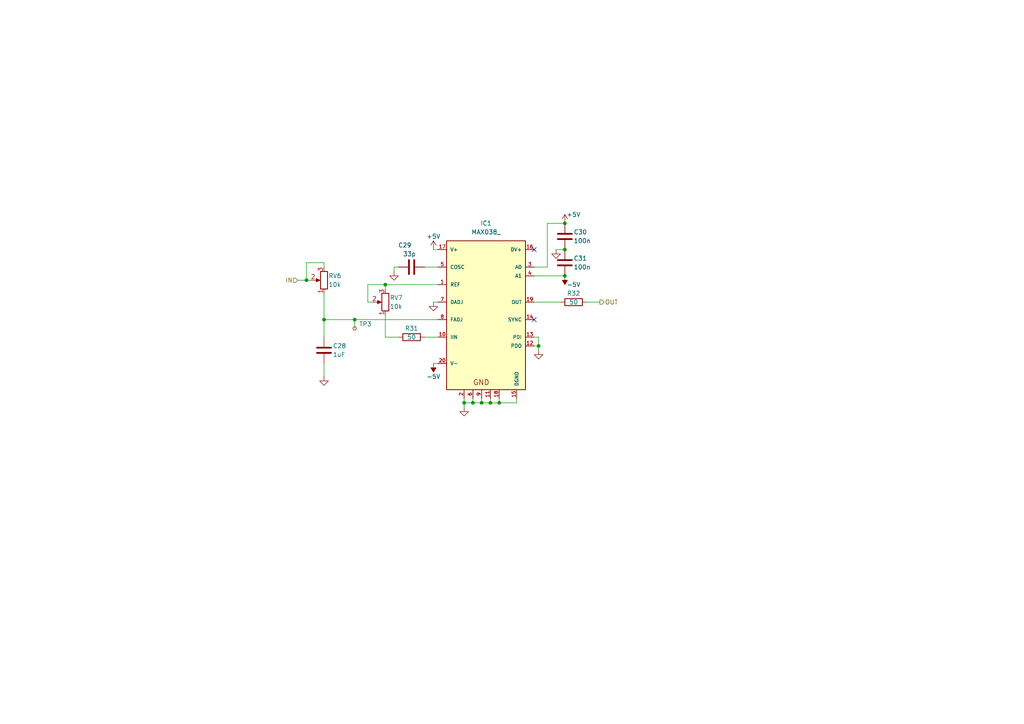
<source format=kicad_sch>
(kicad_sch (version 20230121) (generator eeschema)
  (paper "A4")
  (lib_symbols
    (symbol "Connector:TestPoint_Small" (pin_numbers hide) (pin_names (offset 0.762) hide)
      (property "Reference" "TP" (at 0 3.81 0))
      (property "Value" "TestPoint_Small" (at 0 2.032 0))
      (symbol "TestPoint_Small_0_1"
        (circle (center 0 0) (radius 0.508))
      )
      (symbol "TestPoint_Small_1_1"
        (pin passive line (at 0 0 90) (length 0) (name "1") (number "1"))
      )
    )
    (symbol "Device:C" (pin_numbers hide) (pin_names (offset 0.254))
      (property "Reference" "C" (at 0.635 2.54 0))
      (property "Value" "C" (at 0.635 -2.54 0))
      (symbol "C_0_1"
        (polyline (pts (xy -2.032 -0.762) (xy 2.032 -0.762)) (stroke (width 0.508)))
        (polyline (pts (xy -2.032 0.762) (xy 2.032 0.762)) (stroke (width 0.508)))
      )
      (symbol "C_1_1"
        (pin passive line (at 0 3.81 270) (length 2.794) (name "~") (number "1"))
        (pin passive line (at 0 -3.81 90) (length 2.794) (name "~") (number "2"))
      )
    )
    (symbol "Device:R" (pin_numbers hide) (pin_names (offset 0))
      (property "Reference" "R" (at 2.032 0 90))
      (property "Value" "R" (at 0 0 90))
      (symbol "R_0_1"
        (rectangle (start -1.016 -2.54) (end 1.016 2.54) (stroke (width 0.254)))
      )
      (symbol "R_1_1"
        (pin passive line (at 0 3.81 270) (length 1.27) (name "~") (number "1"))
        (pin passive line (at 0 -3.81 90) (length 1.27) (name "~") (number "2"))
      )
    )
    (symbol "Device:R_Potentiometer" (pin_names (offset 1.016) hide)
      (property "Reference" "RV" (at -4.445 0 90))
      (property "Value" "R_Potentiometer" (at -2.54 0 90))
      (symbol "R_Potentiometer_0_1"
        (polyline (pts (xy 2.54 0) (xy 1.524 0)))
        (polyline (pts (xy 1.143 0) (xy 2.286 0.508) (xy 2.286 -0.508) (xy 1.143 0)) (fill (type outline)))
        (rectangle (start 1.016 2.54) (end -1.016 -2.54) (stroke (width 0.254)))
      )
      (symbol "R_Potentiometer_1_1"
        (pin passive line (at 0 3.81 270) (length 1.27) (name "1") (number "1"))
        (pin passive line (at 3.81 0 180) (length 1.27) (name "2") (number "2"))
        (pin passive line (at 0 -3.81 90) (length 1.27) (name "3") (number "3"))
      )
    )
    (symbol "MAX038_:MAX038_" (pin_names (offset 1.016))
      (property "Reference" "IC" (at -12.712 19.0679 0))
      (property "Value" "MAX038_" (at 0 -5.0854 90))
      (symbol "MAX038__0_0"
        (rectangle (start -12.7 -25.4) (end 10.16 17.78) (stroke (width 0.254)) (fill (type background)))
        (text "GND" (at -5.0877 -24.1667 0) (effects (font (size 1.5263 1.5263)) (justify left bottom)))
        (pin output line (at -15.24 5.08 0) (length 2.54) (name "REF") (number "1"))
        (pin passive line (at -15.24 -10.16 0) (length 2.54) (name "IIN") (number "10"))
        (pin power_in line (at 0 -27.94 90) (length 2.54) (name "~") (number "11"))
        (pin output line (at 12.7 -12.7 180) (length 2.54) (name "PDO") (number "12"))
        (pin input line (at 12.7 -10.16 180) (length 2.54) (name "PDI") (number "13"))
        (pin output line (at 12.7 -5.08 180) (length 2.54) (name "SYNC") (number "14"))
        (pin power_in line (at 7.62 -27.94 90) (length 2.54) (name "DGND") (number "15"))
        (pin power_in line (at 12.7 15.24 180) (length 2.54) (name "DV+") (number "16"))
        (pin power_in line (at -15.24 15.24 0) (length 2.54) (name "V+") (number "17"))
        (pin power_in line (at 2.54 -27.94 90) (length 2.54) (name "~") (number "18"))
        (pin output line (at 12.7 0 180) (length 2.54) (name "OUT") (number "19"))
        (pin power_in line (at -7.62 -27.94 90) (length 2.54) (name "~") (number "2"))
        (pin power_in line (at -15.24 -17.78 0) (length 2.54) (name "V-") (number "20"))
        (pin input line (at 12.7 10.16 180) (length 2.54) (name "A0") (number "3"))
        (pin input line (at 12.7 7.62 180) (length 2.54) (name "A1") (number "4"))
        (pin passive line (at -15.24 10.16 0) (length 2.54) (name "COSC") (number "5"))
        (pin power_in line (at -5.08 -27.94 90) (length 2.54) (name "~") (number "6"))
        (pin input line (at -15.24 0 0) (length 2.54) (name "DADJ") (number "7"))
        (pin input line (at -15.24 -5.08 0) (length 2.54) (name "FADJ") (number "8"))
        (pin power_in line (at -2.54 -27.94 90) (length 2.54) (name "~") (number "9"))
      )
    )
    (symbol "power:+5V" (power) (pin_names (offset 0))
      (property "Value" "+5V" (at 0 3.556 0))
      (symbol "+5V_0_1"
        (polyline (pts (xy -0.762 1.27) (xy 0 2.54)))
        (polyline (pts (xy 0 0) (xy 0 2.54)))
        (polyline (pts (xy 0 2.54) (xy 0.762 1.27)))
      )
      (symbol "+5V_1_1"
        (pin power_in line (at 0 0 90) (length 0) hide (name "+5V") (number "1"))
      )
    )
    (symbol "power:-5V" (power) (pin_names (offset 0))
      (property "Value" "-5V" (at 0 3.81 0))
      (symbol "-5V_0_0"
        (pin power_in line (at 0 0 90) (length 0) hide (name "-5V") (number "1"))
      )
      (symbol "-5V_0_1"
        (polyline (pts (xy 0 0) (xy 0 1.27) (xy 0.762 1.27) (xy 0 2.54) (xy -0.762 1.27) (xy 0 1.27)) (fill (type outline)))
      )
    )
    (symbol "power:GND" (power) (pin_names (offset 0))
      (property "Value" "GND" (at 0 -3.81 0))
      (symbol "GND_0_1"
        (polyline (pts (xy 0 0) (xy 0 -1.27) (xy 1.27 -1.27) (xy 0 -2.54) (xy -1.27 -1.27) (xy 0 -1.27)))
      )
      (symbol "GND_1_1"
        (pin power_in line (at 0 0 270) (length 0) hide (name "GND") (number "1"))
      )
    )
  )
  (junction (at 88.9 81.28))
  (junction (at 156.21 100.33))
  (junction (at 93.98 92.71))
  (junction (at 137.16 116.84))
  (junction (at 163.83 80.01))
  (junction (at 102.87 92.71))
  (junction (at 144.78 116.84))
  (junction (at 111.76 82.55))
  (junction (at 163.83 72.39))
  (junction (at 163.83 64.77))
  (junction (at 134.62 116.84))
  (junction (at 142.24 116.84))
  (junction (at 139.7 116.84))
  (no_connect (at 154.94 92.71))
  (no_connect (at 154.94 72.39))
  (wire (pts (xy 125.73 72.39) (xy 127 72.39)))
  (wire (pts (xy 123.19 77.47) (xy 127 77.47)))
  (wire (pts (xy 139.7 116.84) (xy 142.24 116.84)))
  (wire (pts (xy 93.98 92.71) (xy 93.98 97.79)))
  (wire (pts (xy 154.94 77.47) (xy 158.75 77.47)))
  (wire (pts (xy 86.36 81.28) (xy 88.9 81.28)))
  (wire (pts (xy 158.75 64.77) (xy 158.75 77.47)))
  (wire (pts (xy 158.75 64.77) (xy 163.83 64.77)))
  (wire (pts (xy 144.78 116.84) (xy 149.86 116.84)))
  (wire (pts (xy 88.9 81.28) (xy 90.17 81.28)))
  (wire (pts (xy 114.3 77.47) (xy 115.57 77.47)))
  (wire (pts (xy 106.68 82.55) (xy 111.76 82.55)))
  (wire (pts (xy 134.62 116.84) (xy 134.62 118.11)))
  (wire (pts (xy 154.94 87.63) (xy 162.56 87.63)))
  (wire (pts (xy 88.9 76.2) (xy 88.9 81.28)))
  (wire (pts (xy 123.19 97.79) (xy 127 97.79)))
  (wire (pts (xy 137.16 116.84) (xy 139.7 116.84)))
  (wire (pts (xy 107.95 87.63) (xy 106.68 87.63)))
  (wire (pts (xy 170.18 87.63) (xy 173.99 87.63)))
  (wire (pts (xy 156.21 97.79) (xy 156.21 100.33)))
  (wire (pts (xy 102.87 92.71) (xy 127 92.71)))
  (wire (pts (xy 102.87 92.71) (xy 102.87 95.25)))
  (wire (pts (xy 93.98 76.2) (xy 93.98 77.47)))
  (wire (pts (xy 161.29 72.39) (xy 163.83 72.39)))
  (wire (pts (xy 154.94 97.79) (xy 156.21 97.79)))
  (wire (pts (xy 134.62 116.84) (xy 137.16 116.84)))
  (wire (pts (xy 106.68 87.63) (xy 106.68 82.55)))
  (wire (pts (xy 156.21 100.33) (xy 156.21 101.6)))
  (wire (pts (xy 142.24 115.57) (xy 142.24 116.84)))
  (wire (pts (xy 125.73 87.63) (xy 127 87.63)))
  (wire (pts (xy 114.3 78.74) (xy 114.3 77.47)))
  (wire (pts (xy 93.98 76.2) (xy 88.9 76.2)))
  (wire (pts (xy 154.94 100.33) (xy 156.21 100.33)))
  (wire (pts (xy 144.78 115.57) (xy 144.78 116.84)))
  (wire (pts (xy 142.24 116.84) (xy 144.78 116.84)))
  (wire (pts (xy 93.98 105.41) (xy 93.98 109.22)))
  (wire (pts (xy 93.98 92.71) (xy 93.98 85.09)))
  (wire (pts (xy 111.76 83.82) (xy 111.76 82.55)))
  (wire (pts (xy 137.16 115.57) (xy 137.16 116.84)))
  (wire (pts (xy 93.98 92.71) (xy 102.87 92.71)))
  (wire (pts (xy 111.76 97.79) (xy 115.57 97.79)))
  (wire (pts (xy 111.76 82.55) (xy 127 82.55)))
  (wire (pts (xy 154.94 80.01) (xy 163.83 80.01)))
  (wire (pts (xy 139.7 115.57) (xy 139.7 116.84)))
  (wire (pts (xy 125.73 105.41) (xy 127 105.41)))
  (wire (pts (xy 149.86 115.57) (xy 149.86 116.84)))
  (wire (pts (xy 111.76 91.44) (xy 111.76 97.79)))
  (wire (pts (xy 134.62 115.57) (xy 134.62 116.84)))
  (hierarchical_label "OUT" (shape output) (at 173.99 87.63 0))
  (hierarchical_label "IN" (shape input) (at 86.36 81.28 180))
  (symbol (lib_id "power:GND") (at 161.29 72.39 0) (unit 1)
    (property "Reference" "#PWR048" (effects hide))
    (property "Value" "GND" (effects hide))
  )
  (symbol (lib_id "power:-5V") (at 125.73 105.41 180) (unit 1)
    (property "Reference" "#PWR045" (effects hide))
    (property "Value" "-5V" (at 125.73 109.22 0))
  )
  (symbol (lib_id "Device:C") (at 93.98 101.6 0) (unit 1)
    (property "Reference" "C28" (at 96.52 100.33 0) (effects (justify left)))
    (property "Value" "1uF" (at 96.52 102.87 0) (effects (justify left)))
    (property "Footprint" "Capacitor_SMD:C_1210_3225Metric" (effects hide))
  )
  (symbol (lib_id "Device:R_Potentiometer") (at 93.98 81.28 180) (unit 1)
    (property "Reference" "RV6" (at 95.25 80.01 0) (effects (justify right)))
    (property "Value" "10k" (at 95.25 82.55 0) (effects (justify right)))
    (property "Footprint" "Potentiometer_THT:Potentiometer_Bourns_3296Y_Vertical" (effects hide))
  )
  (symbol (lib_id "power:GND") (at 114.3 78.74 0) (unit 1)
    (property "Reference" "#PWR042" (effects hide))
    (property "Value" "GND" (effects hide))
  )
  (symbol (lib_id "Device:R") (at 166.37 87.63 90) (unit 1)
    (property "Reference" "R32" (at 166.37 85.09 90))
    (property "Value" "50" (at 166.37 87.63 90))
    (property "Footprint" "Resistor_SMD:R_1206_3216Metric_Pad1.30x1.75mm_HandSolder" (effects hide))
  )
  (symbol (lib_id "Device:C") (at 119.38 77.47 90) (unit 1)
    (property "Reference" "C29" (at 119.38 71.12 90) (effects (justify left)))
    (property "Value" "33p" (at 120.65 73.66 90) (effects (justify left)))
    (property "Footprint" "Capacitor_SMD:C_1206_3216Metric" (effects hide))
  )
  (symbol (lib_id "power:+5V") (at 125.73 72.39 0) (unit 1)
    (property "Reference" "#PWR043" (effects hide))
    (property "Value" "+5V" (at 125.73 68.58 0))
  )
  (symbol (lib_id "Device:C") (at 163.83 76.2 0) (unit 1)
    (property "Reference" "C31" (at 166.37 74.93 0) (effects (justify left)))
    (property "Value" "100n" (at 166.37 77.47 0) (effects (justify left)))
    (property "Footprint" "Capacitor_SMD:C_1206_3216Metric" (effects hide))
  )
  (symbol (lib_id "power:GND") (at 125.73 87.63 0) (unit 1)
    (property "Reference" "#PWR044" (effects hide))
    (property "Value" "GND" (effects hide))
  )
  (symbol (lib_id "Device:C") (at 163.83 68.58 0) (unit 1)
    (property "Reference" "C30" (at 166.37 67.31 0) (effects (justify left)))
    (property "Value" "100n" (at 166.37 69.85 0) (effects (justify left)))
    (property "Footprint" "Capacitor_SMD:C_1206_3216Metric" (effects hide))
  )
  (symbol (lib_id "power:GND") (at 134.62 118.11 0) (unit 1)
    (property "Reference" "#PWR046" (effects hide))
    (property "Value" "GND" (effects hide))
  )
  (symbol (lib_id "power:GND") (at 156.21 101.6 0) (unit 1)
    (property "Reference" "#PWR047" (effects hide))
    (property "Value" "GND" (effects hide))
  )
  (symbol (lib_id "power:+5V") (at 163.83 64.77 0) (unit 1)
    (property "Reference" "#PWR049" (effects hide))
    (property "Value" "+5V" (at 166.37 62.23 0))
  )
  (symbol (lib_id "power:GND") (at 93.98 109.22 0) (unit 1)
    (property "Reference" "#PWR041" (effects hide))
    (property "Value" "GND" (effects hide))
  )
  (symbol (lib_id "Device:R_Potentiometer") (at 111.76 87.63 180) (unit 1)
    (property "Reference" "RV7" (at 113.03 86.36 0) (effects (justify right)))
    (property "Value" "10k" (at 113.03 88.9 0) (effects (justify right)))
    (property "Footprint" "Potentiometer_THT:Potentiometer_Bourns_3296Y_Vertical" (effects hide))
  )
  (symbol (lib_id "power:-5V") (at 163.83 80.01 180) (unit 1)
    (property "Reference" "#PWR050" (effects hide))
    (property "Value" "-5V" (at 166.37 82.55 0))
  )
  (symbol (lib_id "Connector:TestPoint_Small") (at 102.87 95.25 0) (unit 1)
    (property "Reference" "TP3" (at 104.14 93.98 0) (effects (justify left)))
    (property "Value" "TestPoint_Small" (effects hide))
    (property "Footprint" "TestPoint:TestPoint_Pad_2.0x2.0mm" (effects hide))
  )
  (symbol (lib_id "Device:R") (at 119.38 97.79 90) (unit 1)
    (property "Reference" "R31" (at 119.38 95.25 90))
    (property "Value" "50" (at 119.38 97.79 90))
    (property "Footprint" "Resistor_SMD:R_1206_3216Metric_Pad1.30x1.75mm_HandSolder" (effects hide))
  )
  (symbol (lib_id "MAX038_:MAX038_") (at 142.24 87.63 0) (unit 1)
    (property "Reference" "IC1" (at 140.97 64.77 0))
    (property "Value" "MAX038_" (at 140.97 67.31 0))
    (property "Footprint" "Package_SO:SOIC-20W_7.5x12.8mm_P1.27mm" (effects hide))
    (property "MF" "Analog Devices" (effects hide))
    (property "Description" "\n                        \n                            Function Generator IC 40MHz 1 20-SOIC (0.295, 7.50mm Width)\n                        \n" (effects hide))
    (property "Package" "DIP-20 Maxim Integrated" (effects hide))
    (property "Price" "None" (effects hide))
    (property "SnapEDA_Link" "https://www.snapeda.com/parts/MAX038/Analog+Devices/view-part/?ref=snap" (effects hide))
    (property "MP" "MAX038" (effects hide))
    (property "Availability" "Not in stock" (effects hide))
    (property "Check_prices" "https://www.snapeda.com/parts/MAX038/Analog+Devices/view-part/?ref=eda" (effects hide))
  )
)
</source>
